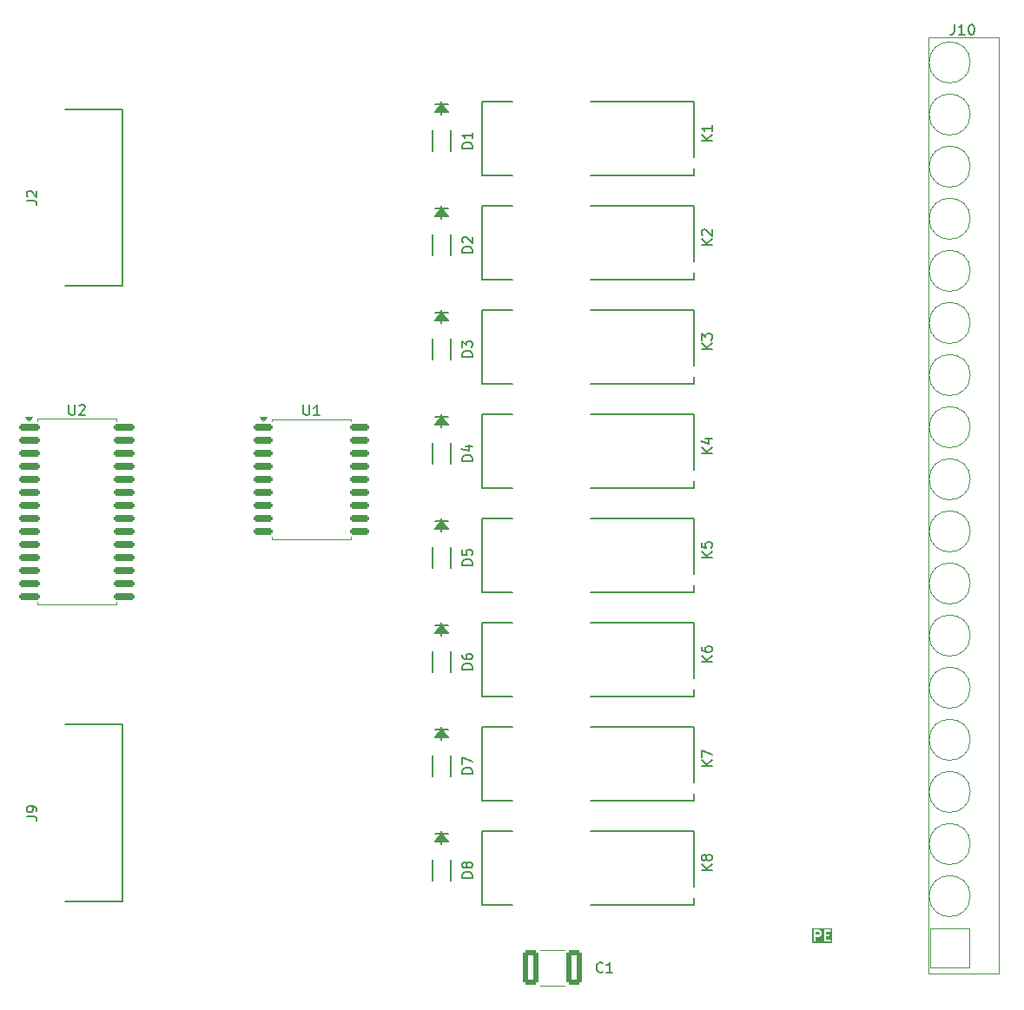
<source format=gbr>
%TF.GenerationSoftware,KiCad,Pcbnew,8.0.6-8.0.6-0~ubuntu24.04.1*%
%TF.CreationDate,2024-12-11T16:29:19+03:00*%
%TF.ProjectId,PM-RQ8,504d2d52-5138-42e6-9b69-6361645f7063,rev?*%
%TF.SameCoordinates,Original*%
%TF.FileFunction,Legend,Top*%
%TF.FilePolarity,Positive*%
%FSLAX46Y46*%
G04 Gerber Fmt 4.6, Leading zero omitted, Abs format (unit mm)*
G04 Created by KiCad (PCBNEW 8.0.6-8.0.6-0~ubuntu24.04.1) date 2024-12-11 16:29:19*
%MOMM*%
%LPD*%
G01*
G04 APERTURE LIST*
G04 Aperture macros list*
%AMRoundRect*
0 Rectangle with rounded corners*
0 $1 Rounding radius*
0 $2 $3 $4 $5 $6 $7 $8 $9 X,Y pos of 4 corners*
0 Add a 4 corners polygon primitive as box body*
4,1,4,$2,$3,$4,$5,$6,$7,$8,$9,$2,$3,0*
0 Add four circle primitives for the rounded corners*
1,1,$1+$1,$2,$3*
1,1,$1+$1,$4,$5*
1,1,$1+$1,$6,$7*
1,1,$1+$1,$8,$9*
0 Add four rect primitives between the rounded corners*
20,1,$1+$1,$2,$3,$4,$5,0*
20,1,$1+$1,$4,$5,$6,$7,0*
20,1,$1+$1,$6,$7,$8,$9,0*
20,1,$1+$1,$8,$9,$2,$3,0*%
G04 Aperture macros list end*
%ADD10C,0.200000*%
%ADD11C,0.150000*%
%ADD12C,0.152400*%
%ADD13C,0.120000*%
%ADD14R,0.533400X1.524000*%
%ADD15R,1.803400X0.635000*%
%ADD16R,2.997200X2.590800*%
%ADD17C,1.812000*%
%ADD18RoundRect,0.150000X-0.800000X-0.150000X0.800000X-0.150000X0.800000X0.150000X-0.800000X0.150000X0*%
%ADD19R,3.500000X3.500000*%
%ADD20C,3.500000*%
%ADD21O,6.350000X6.350000*%
%ADD22RoundRect,0.150000X-0.875000X-0.150000X0.875000X-0.150000X0.875000X0.150000X-0.875000X0.150000X0*%
%ADD23RoundRect,0.250000X0.537500X1.450000X-0.537500X1.450000X-0.537500X-1.450000X0.537500X-1.450000X0*%
G04 APERTURE END LIST*
D10*
G36*
X31702668Y-41582024D02*
G01*
X31727337Y-41606692D01*
X31757142Y-41666302D01*
X31757142Y-41761945D01*
X31727337Y-41821554D01*
X31702668Y-41846222D01*
X31643059Y-41876028D01*
X31385714Y-41876028D01*
X31385714Y-41552219D01*
X31643059Y-41552219D01*
X31702668Y-41582024D01*
G37*
G36*
X32971094Y-42663330D02*
G01*
X31074603Y-42663330D01*
X31074603Y-41452219D01*
X31185714Y-41452219D01*
X31185714Y-42452219D01*
X31187635Y-42471728D01*
X31202567Y-42507776D01*
X31230157Y-42535366D01*
X31266205Y-42550298D01*
X31305223Y-42550298D01*
X31341271Y-42535366D01*
X31368861Y-42507776D01*
X31383793Y-42471728D01*
X31385714Y-42452219D01*
X31385714Y-42076028D01*
X31666666Y-42076028D01*
X31686175Y-42074107D01*
X31689495Y-42072731D01*
X31693079Y-42072477D01*
X31711387Y-42065471D01*
X31806625Y-42017852D01*
X31815021Y-42012566D01*
X31817461Y-42011556D01*
X31820207Y-42009302D01*
X31823215Y-42007409D01*
X31824944Y-42005414D01*
X31832615Y-41999120D01*
X31880233Y-41951501D01*
X31886525Y-41943834D01*
X31888523Y-41942102D01*
X31890416Y-41939093D01*
X31892670Y-41936348D01*
X31893680Y-41933907D01*
X31898966Y-41925511D01*
X31946585Y-41830274D01*
X31953591Y-41811965D01*
X31953845Y-41808381D01*
X31955221Y-41805061D01*
X31957142Y-41785552D01*
X31957142Y-41642695D01*
X31955221Y-41623186D01*
X31953845Y-41619865D01*
X31953591Y-41616282D01*
X31946585Y-41597973D01*
X31898966Y-41502736D01*
X31893680Y-41494339D01*
X31892670Y-41491899D01*
X31890416Y-41489153D01*
X31888523Y-41486145D01*
X31886525Y-41484412D01*
X31880233Y-41476746D01*
X31855707Y-41452219D01*
X32185714Y-41452219D01*
X32185714Y-42452219D01*
X32187635Y-42471728D01*
X32202567Y-42507776D01*
X32230157Y-42535366D01*
X32266205Y-42550298D01*
X32285714Y-42552219D01*
X32761904Y-42552219D01*
X32781413Y-42550298D01*
X32817461Y-42535366D01*
X32845051Y-42507776D01*
X32859983Y-42471728D01*
X32859983Y-42432710D01*
X32845051Y-42396662D01*
X32817461Y-42369072D01*
X32781413Y-42354140D01*
X32761904Y-42352219D01*
X32385714Y-42352219D01*
X32385714Y-42028409D01*
X32619047Y-42028409D01*
X32638556Y-42026488D01*
X32674604Y-42011556D01*
X32702194Y-41983966D01*
X32717126Y-41947918D01*
X32717126Y-41908900D01*
X32702194Y-41872852D01*
X32674604Y-41845262D01*
X32638556Y-41830330D01*
X32619047Y-41828409D01*
X32385714Y-41828409D01*
X32385714Y-41552219D01*
X32761904Y-41552219D01*
X32781413Y-41550298D01*
X32817461Y-41535366D01*
X32845051Y-41507776D01*
X32859983Y-41471728D01*
X32859983Y-41432710D01*
X32845051Y-41396662D01*
X32817461Y-41369072D01*
X32781413Y-41354140D01*
X32761904Y-41352219D01*
X32285714Y-41352219D01*
X32266205Y-41354140D01*
X32230157Y-41369072D01*
X32202567Y-41396662D01*
X32187635Y-41432710D01*
X32185714Y-41452219D01*
X31855707Y-41452219D01*
X31832615Y-41429127D01*
X31824944Y-41422832D01*
X31823215Y-41420838D01*
X31820207Y-41418944D01*
X31817461Y-41416691D01*
X31815021Y-41415680D01*
X31806625Y-41410395D01*
X31711387Y-41362776D01*
X31693079Y-41355770D01*
X31689495Y-41355515D01*
X31686175Y-41354140D01*
X31666666Y-41352219D01*
X31285714Y-41352219D01*
X31266205Y-41354140D01*
X31230157Y-41369072D01*
X31202567Y-41396662D01*
X31187635Y-41432710D01*
X31185714Y-41452219D01*
X31074603Y-41452219D01*
X31074603Y-41241108D01*
X32971094Y-41241108D01*
X32971094Y-42663330D01*
G37*
D11*
X-2085181Y4341906D02*
X-3085181Y4341906D01*
X-3085181Y4341906D02*
X-3085181Y4580001D01*
X-3085181Y4580001D02*
X-3037562Y4722858D01*
X-3037562Y4722858D02*
X-2942324Y4818096D01*
X-2942324Y4818096D02*
X-2847086Y4865715D01*
X-2847086Y4865715D02*
X-2656610Y4913334D01*
X-2656610Y4913334D02*
X-2513753Y4913334D01*
X-2513753Y4913334D02*
X-2323277Y4865715D01*
X-2323277Y4865715D02*
X-2228039Y4818096D01*
X-2228039Y4818096D02*
X-2132800Y4722858D01*
X-2132800Y4722858D02*
X-2085181Y4580001D01*
X-2085181Y4580001D02*
X-2085181Y4341906D01*
X-2751848Y5770477D02*
X-2085181Y5770477D01*
X-3132800Y5532382D02*
X-2418515Y5294287D01*
X-2418515Y5294287D02*
X-2418515Y5913334D01*
X-45545181Y-30333333D02*
X-44830896Y-30333333D01*
X-44830896Y-30333333D02*
X-44688039Y-30380952D01*
X-44688039Y-30380952D02*
X-44592800Y-30476190D01*
X-44592800Y-30476190D02*
X-44545181Y-30619047D01*
X-44545181Y-30619047D02*
X-44545181Y-30714285D01*
X-44545181Y-29809523D02*
X-44545181Y-29619047D01*
X-44545181Y-29619047D02*
X-44592800Y-29523809D01*
X-44592800Y-29523809D02*
X-44640420Y-29476190D01*
X-44640420Y-29476190D02*
X-44783277Y-29380952D01*
X-44783277Y-29380952D02*
X-44973753Y-29333333D01*
X-44973753Y-29333333D02*
X-45354705Y-29333333D01*
X-45354705Y-29333333D02*
X-45449943Y-29380952D01*
X-45449943Y-29380952D02*
X-45497562Y-29428571D01*
X-45497562Y-29428571D02*
X-45545181Y-29523809D01*
X-45545181Y-29523809D02*
X-45545181Y-29714285D01*
X-45545181Y-29714285D02*
X-45497562Y-29809523D01*
X-45497562Y-29809523D02*
X-45449943Y-29857142D01*
X-45449943Y-29857142D02*
X-45354705Y-29904761D01*
X-45354705Y-29904761D02*
X-45116610Y-29904761D01*
X-45116610Y-29904761D02*
X-45021372Y-29857142D01*
X-45021372Y-29857142D02*
X-44973753Y-29809523D01*
X-44973753Y-29809523D02*
X-44926134Y-29714285D01*
X-44926134Y-29714285D02*
X-44926134Y-29523809D01*
X-44926134Y-29523809D02*
X-44973753Y-29428571D01*
X-44973753Y-29428571D02*
X-45021372Y-29380952D01*
X-45021372Y-29380952D02*
X-45116610Y-29333333D01*
X21264819Y5051906D02*
X20264819Y5051906D01*
X21264819Y5623334D02*
X20693390Y5194763D01*
X20264819Y5623334D02*
X20836247Y5051906D01*
X20598152Y6480477D02*
X21264819Y6480477D01*
X20217200Y6242382D02*
X20931485Y6004287D01*
X20931485Y6004287D02*
X20931485Y6623334D01*
X-18541905Y9795181D02*
X-18541905Y8985658D01*
X-18541905Y8985658D02*
X-18494286Y8890420D01*
X-18494286Y8890420D02*
X-18446667Y8842800D01*
X-18446667Y8842800D02*
X-18351429Y8795181D01*
X-18351429Y8795181D02*
X-18160953Y8795181D01*
X-18160953Y8795181D02*
X-18065715Y8842800D01*
X-18065715Y8842800D02*
X-18018096Y8890420D01*
X-18018096Y8890420D02*
X-17970477Y8985658D01*
X-17970477Y8985658D02*
X-17970477Y9795181D01*
X-16970477Y8795181D02*
X-17541905Y8795181D01*
X-17256191Y8795181D02*
X-17256191Y9795181D01*
X-17256191Y9795181D02*
X-17351429Y9652324D01*
X-17351429Y9652324D02*
X-17446667Y9557086D01*
X-17446667Y9557086D02*
X-17541905Y9509467D01*
X21264819Y-5108094D02*
X20264819Y-5108094D01*
X21264819Y-4536666D02*
X20693390Y-4965237D01*
X20264819Y-4536666D02*
X20836247Y-5108094D01*
X20264819Y-3631904D02*
X20264819Y-4108094D01*
X20264819Y-4108094D02*
X20741009Y-4155713D01*
X20741009Y-4155713D02*
X20693390Y-4108094D01*
X20693390Y-4108094D02*
X20645771Y-4012856D01*
X20645771Y-4012856D02*
X20645771Y-3774761D01*
X20645771Y-3774761D02*
X20693390Y-3679523D01*
X20693390Y-3679523D02*
X20741009Y-3631904D01*
X20741009Y-3631904D02*
X20836247Y-3584285D01*
X20836247Y-3584285D02*
X21074342Y-3584285D01*
X21074342Y-3584285D02*
X21169580Y-3631904D01*
X21169580Y-3631904D02*
X21217200Y-3679523D01*
X21217200Y-3679523D02*
X21264819Y-3774761D01*
X21264819Y-3774761D02*
X21264819Y-4012856D01*
X21264819Y-4012856D02*
X21217200Y-4108094D01*
X21217200Y-4108094D02*
X21169580Y-4155713D01*
X44910476Y46900181D02*
X44910476Y46185896D01*
X44910476Y46185896D02*
X44862857Y46043039D01*
X44862857Y46043039D02*
X44767619Y45947800D01*
X44767619Y45947800D02*
X44624762Y45900181D01*
X44624762Y45900181D02*
X44529524Y45900181D01*
X45910476Y45900181D02*
X45339048Y45900181D01*
X45624762Y45900181D02*
X45624762Y46900181D01*
X45624762Y46900181D02*
X45529524Y46757324D01*
X45529524Y46757324D02*
X45434286Y46662086D01*
X45434286Y46662086D02*
X45339048Y46614467D01*
X46529524Y46900181D02*
X46624762Y46900181D01*
X46624762Y46900181D02*
X46720000Y46852562D01*
X46720000Y46852562D02*
X46767619Y46804943D01*
X46767619Y46804943D02*
X46815238Y46709705D01*
X46815238Y46709705D02*
X46862857Y46519229D01*
X46862857Y46519229D02*
X46862857Y46281134D01*
X46862857Y46281134D02*
X46815238Y46090658D01*
X46815238Y46090658D02*
X46767619Y45995420D01*
X46767619Y45995420D02*
X46720000Y45947800D01*
X46720000Y45947800D02*
X46624762Y45900181D01*
X46624762Y45900181D02*
X46529524Y45900181D01*
X46529524Y45900181D02*
X46434286Y45947800D01*
X46434286Y45947800D02*
X46386667Y45995420D01*
X46386667Y45995420D02*
X46339048Y46090658D01*
X46339048Y46090658D02*
X46291429Y46281134D01*
X46291429Y46281134D02*
X46291429Y46519229D01*
X46291429Y46519229D02*
X46339048Y46709705D01*
X46339048Y46709705D02*
X46386667Y46804943D01*
X46386667Y46804943D02*
X46434286Y46852562D01*
X46434286Y46852562D02*
X46529524Y46900181D01*
X21264819Y-15268094D02*
X20264819Y-15268094D01*
X21264819Y-14696666D02*
X20693390Y-15125237D01*
X20264819Y-14696666D02*
X20836247Y-15268094D01*
X20264819Y-13839523D02*
X20264819Y-14029999D01*
X20264819Y-14029999D02*
X20312438Y-14125237D01*
X20312438Y-14125237D02*
X20360057Y-14172856D01*
X20360057Y-14172856D02*
X20502914Y-14268094D01*
X20502914Y-14268094D02*
X20693390Y-14315713D01*
X20693390Y-14315713D02*
X21074342Y-14315713D01*
X21074342Y-14315713D02*
X21169580Y-14268094D01*
X21169580Y-14268094D02*
X21217200Y-14220475D01*
X21217200Y-14220475D02*
X21264819Y-14125237D01*
X21264819Y-14125237D02*
X21264819Y-13934761D01*
X21264819Y-13934761D02*
X21217200Y-13839523D01*
X21217200Y-13839523D02*
X21169580Y-13791904D01*
X21169580Y-13791904D02*
X21074342Y-13744285D01*
X21074342Y-13744285D02*
X20836247Y-13744285D01*
X20836247Y-13744285D02*
X20741009Y-13791904D01*
X20741009Y-13791904D02*
X20693390Y-13839523D01*
X20693390Y-13839523D02*
X20645771Y-13934761D01*
X20645771Y-13934761D02*
X20645771Y-14125237D01*
X20645771Y-14125237D02*
X20693390Y-14220475D01*
X20693390Y-14220475D02*
X20741009Y-14268094D01*
X20741009Y-14268094D02*
X20836247Y-14315713D01*
X21264819Y-35588094D02*
X20264819Y-35588094D01*
X21264819Y-35016666D02*
X20693390Y-35445237D01*
X20264819Y-35016666D02*
X20836247Y-35588094D01*
X20693390Y-34445237D02*
X20645771Y-34540475D01*
X20645771Y-34540475D02*
X20598152Y-34588094D01*
X20598152Y-34588094D02*
X20502914Y-34635713D01*
X20502914Y-34635713D02*
X20455295Y-34635713D01*
X20455295Y-34635713D02*
X20360057Y-34588094D01*
X20360057Y-34588094D02*
X20312438Y-34540475D01*
X20312438Y-34540475D02*
X20264819Y-34445237D01*
X20264819Y-34445237D02*
X20264819Y-34254761D01*
X20264819Y-34254761D02*
X20312438Y-34159523D01*
X20312438Y-34159523D02*
X20360057Y-34111904D01*
X20360057Y-34111904D02*
X20455295Y-34064285D01*
X20455295Y-34064285D02*
X20502914Y-34064285D01*
X20502914Y-34064285D02*
X20598152Y-34111904D01*
X20598152Y-34111904D02*
X20645771Y-34159523D01*
X20645771Y-34159523D02*
X20693390Y-34254761D01*
X20693390Y-34254761D02*
X20693390Y-34445237D01*
X20693390Y-34445237D02*
X20741009Y-34540475D01*
X20741009Y-34540475D02*
X20788628Y-34588094D01*
X20788628Y-34588094D02*
X20883866Y-34635713D01*
X20883866Y-34635713D02*
X21074342Y-34635713D01*
X21074342Y-34635713D02*
X21169580Y-34588094D01*
X21169580Y-34588094D02*
X21217200Y-34540475D01*
X21217200Y-34540475D02*
X21264819Y-34445237D01*
X21264819Y-34445237D02*
X21264819Y-34254761D01*
X21264819Y-34254761D02*
X21217200Y-34159523D01*
X21217200Y-34159523D02*
X21169580Y-34111904D01*
X21169580Y-34111904D02*
X21074342Y-34064285D01*
X21074342Y-34064285D02*
X20883866Y-34064285D01*
X20883866Y-34064285D02*
X20788628Y-34111904D01*
X20788628Y-34111904D02*
X20741009Y-34159523D01*
X20741009Y-34159523D02*
X20693390Y-34254761D01*
X21264819Y35531906D02*
X20264819Y35531906D01*
X21264819Y36103334D02*
X20693390Y35674763D01*
X20264819Y36103334D02*
X20836247Y35531906D01*
X21264819Y37055715D02*
X21264819Y36484287D01*
X21264819Y36770001D02*
X20264819Y36770001D01*
X20264819Y36770001D02*
X20407676Y36674763D01*
X20407676Y36674763D02*
X20502914Y36579525D01*
X20502914Y36579525D02*
X20550533Y36484287D01*
X-2085181Y-36298094D02*
X-3085181Y-36298094D01*
X-3085181Y-36298094D02*
X-3085181Y-36059999D01*
X-3085181Y-36059999D02*
X-3037562Y-35917142D01*
X-3037562Y-35917142D02*
X-2942324Y-35821904D01*
X-2942324Y-35821904D02*
X-2847086Y-35774285D01*
X-2847086Y-35774285D02*
X-2656610Y-35726666D01*
X-2656610Y-35726666D02*
X-2513753Y-35726666D01*
X-2513753Y-35726666D02*
X-2323277Y-35774285D01*
X-2323277Y-35774285D02*
X-2228039Y-35821904D01*
X-2228039Y-35821904D02*
X-2132800Y-35917142D01*
X-2132800Y-35917142D02*
X-2085181Y-36059999D01*
X-2085181Y-36059999D02*
X-2085181Y-36298094D01*
X-2656610Y-35155237D02*
X-2704229Y-35250475D01*
X-2704229Y-35250475D02*
X-2751848Y-35298094D01*
X-2751848Y-35298094D02*
X-2847086Y-35345713D01*
X-2847086Y-35345713D02*
X-2894705Y-35345713D01*
X-2894705Y-35345713D02*
X-2989943Y-35298094D01*
X-2989943Y-35298094D02*
X-3037562Y-35250475D01*
X-3037562Y-35250475D02*
X-3085181Y-35155237D01*
X-3085181Y-35155237D02*
X-3085181Y-34964761D01*
X-3085181Y-34964761D02*
X-3037562Y-34869523D01*
X-3037562Y-34869523D02*
X-2989943Y-34821904D01*
X-2989943Y-34821904D02*
X-2894705Y-34774285D01*
X-2894705Y-34774285D02*
X-2847086Y-34774285D01*
X-2847086Y-34774285D02*
X-2751848Y-34821904D01*
X-2751848Y-34821904D02*
X-2704229Y-34869523D01*
X-2704229Y-34869523D02*
X-2656610Y-34964761D01*
X-2656610Y-34964761D02*
X-2656610Y-35155237D01*
X-2656610Y-35155237D02*
X-2608991Y-35250475D01*
X-2608991Y-35250475D02*
X-2561372Y-35298094D01*
X-2561372Y-35298094D02*
X-2466134Y-35345713D01*
X-2466134Y-35345713D02*
X-2275658Y-35345713D01*
X-2275658Y-35345713D02*
X-2180420Y-35298094D01*
X-2180420Y-35298094D02*
X-2132800Y-35250475D01*
X-2132800Y-35250475D02*
X-2085181Y-35155237D01*
X-2085181Y-35155237D02*
X-2085181Y-34964761D01*
X-2085181Y-34964761D02*
X-2132800Y-34869523D01*
X-2132800Y-34869523D02*
X-2180420Y-34821904D01*
X-2180420Y-34821904D02*
X-2275658Y-34774285D01*
X-2275658Y-34774285D02*
X-2466134Y-34774285D01*
X-2466134Y-34774285D02*
X-2561372Y-34821904D01*
X-2561372Y-34821904D02*
X-2608991Y-34869523D01*
X-2608991Y-34869523D02*
X-2656610Y-34964761D01*
X-2085181Y34821906D02*
X-3085181Y34821906D01*
X-3085181Y34821906D02*
X-3085181Y35060001D01*
X-3085181Y35060001D02*
X-3037562Y35202858D01*
X-3037562Y35202858D02*
X-2942324Y35298096D01*
X-2942324Y35298096D02*
X-2847086Y35345715D01*
X-2847086Y35345715D02*
X-2656610Y35393334D01*
X-2656610Y35393334D02*
X-2513753Y35393334D01*
X-2513753Y35393334D02*
X-2323277Y35345715D01*
X-2323277Y35345715D02*
X-2228039Y35298096D01*
X-2228039Y35298096D02*
X-2132800Y35202858D01*
X-2132800Y35202858D02*
X-2085181Y35060001D01*
X-2085181Y35060001D02*
X-2085181Y34821906D01*
X-2085181Y36345715D02*
X-2085181Y35774287D01*
X-2085181Y36060001D02*
X-3085181Y36060001D01*
X-3085181Y36060001D02*
X-2942324Y35964763D01*
X-2942324Y35964763D02*
X-2847086Y35869525D01*
X-2847086Y35869525D02*
X-2799467Y35774287D01*
X21264819Y-25428094D02*
X20264819Y-25428094D01*
X21264819Y-24856666D02*
X20693390Y-25285237D01*
X20264819Y-24856666D02*
X20836247Y-25428094D01*
X20264819Y-24523332D02*
X20264819Y-23856666D01*
X20264819Y-23856666D02*
X21264819Y-24285237D01*
X-2085181Y-5818094D02*
X-3085181Y-5818094D01*
X-3085181Y-5818094D02*
X-3085181Y-5579999D01*
X-3085181Y-5579999D02*
X-3037562Y-5437142D01*
X-3037562Y-5437142D02*
X-2942324Y-5341904D01*
X-2942324Y-5341904D02*
X-2847086Y-5294285D01*
X-2847086Y-5294285D02*
X-2656610Y-5246666D01*
X-2656610Y-5246666D02*
X-2513753Y-5246666D01*
X-2513753Y-5246666D02*
X-2323277Y-5294285D01*
X-2323277Y-5294285D02*
X-2228039Y-5341904D01*
X-2228039Y-5341904D02*
X-2132800Y-5437142D01*
X-2132800Y-5437142D02*
X-2085181Y-5579999D01*
X-2085181Y-5579999D02*
X-2085181Y-5818094D01*
X-3085181Y-4341904D02*
X-3085181Y-4818094D01*
X-3085181Y-4818094D02*
X-2608991Y-4865713D01*
X-2608991Y-4865713D02*
X-2656610Y-4818094D01*
X-2656610Y-4818094D02*
X-2704229Y-4722856D01*
X-2704229Y-4722856D02*
X-2704229Y-4484761D01*
X-2704229Y-4484761D02*
X-2656610Y-4389523D01*
X-2656610Y-4389523D02*
X-2608991Y-4341904D01*
X-2608991Y-4341904D02*
X-2513753Y-4294285D01*
X-2513753Y-4294285D02*
X-2275658Y-4294285D01*
X-2275658Y-4294285D02*
X-2180420Y-4341904D01*
X-2180420Y-4341904D02*
X-2132800Y-4389523D01*
X-2132800Y-4389523D02*
X-2085181Y-4484761D01*
X-2085181Y-4484761D02*
X-2085181Y-4722856D01*
X-2085181Y-4722856D02*
X-2132800Y-4818094D01*
X-2132800Y-4818094D02*
X-2180420Y-4865713D01*
X-2085181Y14501906D02*
X-3085181Y14501906D01*
X-3085181Y14501906D02*
X-3085181Y14740001D01*
X-3085181Y14740001D02*
X-3037562Y14882858D01*
X-3037562Y14882858D02*
X-2942324Y14978096D01*
X-2942324Y14978096D02*
X-2847086Y15025715D01*
X-2847086Y15025715D02*
X-2656610Y15073334D01*
X-2656610Y15073334D02*
X-2513753Y15073334D01*
X-2513753Y15073334D02*
X-2323277Y15025715D01*
X-2323277Y15025715D02*
X-2228039Y14978096D01*
X-2228039Y14978096D02*
X-2132800Y14882858D01*
X-2132800Y14882858D02*
X-2085181Y14740001D01*
X-2085181Y14740001D02*
X-2085181Y14501906D01*
X-3085181Y15406668D02*
X-3085181Y16025715D01*
X-3085181Y16025715D02*
X-2704229Y15692382D01*
X-2704229Y15692382D02*
X-2704229Y15835239D01*
X-2704229Y15835239D02*
X-2656610Y15930477D01*
X-2656610Y15930477D02*
X-2608991Y15978096D01*
X-2608991Y15978096D02*
X-2513753Y16025715D01*
X-2513753Y16025715D02*
X-2275658Y16025715D01*
X-2275658Y16025715D02*
X-2180420Y15978096D01*
X-2180420Y15978096D02*
X-2132800Y15930477D01*
X-2132800Y15930477D02*
X-2085181Y15835239D01*
X-2085181Y15835239D02*
X-2085181Y15549525D01*
X-2085181Y15549525D02*
X-2132800Y15454287D01*
X-2132800Y15454287D02*
X-2180420Y15406668D01*
X21264819Y15211906D02*
X20264819Y15211906D01*
X21264819Y15783334D02*
X20693390Y15354763D01*
X20264819Y15783334D02*
X20836247Y15211906D01*
X20264819Y16116668D02*
X20264819Y16735715D01*
X20264819Y16735715D02*
X20645771Y16402382D01*
X20645771Y16402382D02*
X20645771Y16545239D01*
X20645771Y16545239D02*
X20693390Y16640477D01*
X20693390Y16640477D02*
X20741009Y16688096D01*
X20741009Y16688096D02*
X20836247Y16735715D01*
X20836247Y16735715D02*
X21074342Y16735715D01*
X21074342Y16735715D02*
X21169580Y16688096D01*
X21169580Y16688096D02*
X21217200Y16640477D01*
X21217200Y16640477D02*
X21264819Y16545239D01*
X21264819Y16545239D02*
X21264819Y16259525D01*
X21264819Y16259525D02*
X21217200Y16164287D01*
X21217200Y16164287D02*
X21169580Y16116668D01*
X-41401905Y9810181D02*
X-41401905Y9000658D01*
X-41401905Y9000658D02*
X-41354286Y8905420D01*
X-41354286Y8905420D02*
X-41306667Y8857800D01*
X-41306667Y8857800D02*
X-41211429Y8810181D01*
X-41211429Y8810181D02*
X-41020953Y8810181D01*
X-41020953Y8810181D02*
X-40925715Y8857800D01*
X-40925715Y8857800D02*
X-40878096Y8905420D01*
X-40878096Y8905420D02*
X-40830477Y9000658D01*
X-40830477Y9000658D02*
X-40830477Y9810181D01*
X-40401905Y9714943D02*
X-40354286Y9762562D01*
X-40354286Y9762562D02*
X-40259048Y9810181D01*
X-40259048Y9810181D02*
X-40020953Y9810181D01*
X-40020953Y9810181D02*
X-39925715Y9762562D01*
X-39925715Y9762562D02*
X-39878096Y9714943D01*
X-39878096Y9714943D02*
X-39830477Y9619705D01*
X-39830477Y9619705D02*
X-39830477Y9524467D01*
X-39830477Y9524467D02*
X-39878096Y9381610D01*
X-39878096Y9381610D02*
X-40449524Y8810181D01*
X-40449524Y8810181D02*
X-39830477Y8810181D01*
X21264819Y25371906D02*
X20264819Y25371906D01*
X21264819Y25943334D02*
X20693390Y25514763D01*
X20264819Y25943334D02*
X20836247Y25371906D01*
X20360057Y26324287D02*
X20312438Y26371906D01*
X20312438Y26371906D02*
X20264819Y26467144D01*
X20264819Y26467144D02*
X20264819Y26705239D01*
X20264819Y26705239D02*
X20312438Y26800477D01*
X20312438Y26800477D02*
X20360057Y26848096D01*
X20360057Y26848096D02*
X20455295Y26895715D01*
X20455295Y26895715D02*
X20550533Y26895715D01*
X20550533Y26895715D02*
X20693390Y26848096D01*
X20693390Y26848096D02*
X21264819Y26276668D01*
X21264819Y26276668D02*
X21264819Y26895715D01*
X10628333Y-45444580D02*
X10580714Y-45492200D01*
X10580714Y-45492200D02*
X10437857Y-45539819D01*
X10437857Y-45539819D02*
X10342619Y-45539819D01*
X10342619Y-45539819D02*
X10199762Y-45492200D01*
X10199762Y-45492200D02*
X10104524Y-45396961D01*
X10104524Y-45396961D02*
X10056905Y-45301723D01*
X10056905Y-45301723D02*
X10009286Y-45111247D01*
X10009286Y-45111247D02*
X10009286Y-44968390D01*
X10009286Y-44968390D02*
X10056905Y-44777914D01*
X10056905Y-44777914D02*
X10104524Y-44682676D01*
X10104524Y-44682676D02*
X10199762Y-44587438D01*
X10199762Y-44587438D02*
X10342619Y-44539819D01*
X10342619Y-44539819D02*
X10437857Y-44539819D01*
X10437857Y-44539819D02*
X10580714Y-44587438D01*
X10580714Y-44587438D02*
X10628333Y-44635057D01*
X11580714Y-45539819D02*
X11009286Y-45539819D01*
X11295000Y-45539819D02*
X11295000Y-44539819D01*
X11295000Y-44539819D02*
X11199762Y-44682676D01*
X11199762Y-44682676D02*
X11104524Y-44777914D01*
X11104524Y-44777914D02*
X11009286Y-44825533D01*
X-45545181Y29666667D02*
X-44830896Y29666667D01*
X-44830896Y29666667D02*
X-44688039Y29619048D01*
X-44688039Y29619048D02*
X-44592800Y29523810D01*
X-44592800Y29523810D02*
X-44545181Y29380953D01*
X-44545181Y29380953D02*
X-44545181Y29285715D01*
X-45449943Y30095239D02*
X-45497562Y30142858D01*
X-45497562Y30142858D02*
X-45545181Y30238096D01*
X-45545181Y30238096D02*
X-45545181Y30476191D01*
X-45545181Y30476191D02*
X-45497562Y30571429D01*
X-45497562Y30571429D02*
X-45449943Y30619048D01*
X-45449943Y30619048D02*
X-45354705Y30666667D01*
X-45354705Y30666667D02*
X-45259467Y30666667D01*
X-45259467Y30666667D02*
X-45116610Y30619048D01*
X-45116610Y30619048D02*
X-44545181Y30047620D01*
X-44545181Y30047620D02*
X-44545181Y30666667D01*
X-2085181Y-26138094D02*
X-3085181Y-26138094D01*
X-3085181Y-26138094D02*
X-3085181Y-25899999D01*
X-3085181Y-25899999D02*
X-3037562Y-25757142D01*
X-3037562Y-25757142D02*
X-2942324Y-25661904D01*
X-2942324Y-25661904D02*
X-2847086Y-25614285D01*
X-2847086Y-25614285D02*
X-2656610Y-25566666D01*
X-2656610Y-25566666D02*
X-2513753Y-25566666D01*
X-2513753Y-25566666D02*
X-2323277Y-25614285D01*
X-2323277Y-25614285D02*
X-2228039Y-25661904D01*
X-2228039Y-25661904D02*
X-2132800Y-25757142D01*
X-2132800Y-25757142D02*
X-2085181Y-25899999D01*
X-2085181Y-25899999D02*
X-2085181Y-26138094D01*
X-3085181Y-25233332D02*
X-3085181Y-24566666D01*
X-3085181Y-24566666D02*
X-2085181Y-24995237D01*
X-2085181Y-15978094D02*
X-3085181Y-15978094D01*
X-3085181Y-15978094D02*
X-3085181Y-15739999D01*
X-3085181Y-15739999D02*
X-3037562Y-15597142D01*
X-3037562Y-15597142D02*
X-2942324Y-15501904D01*
X-2942324Y-15501904D02*
X-2847086Y-15454285D01*
X-2847086Y-15454285D02*
X-2656610Y-15406666D01*
X-2656610Y-15406666D02*
X-2513753Y-15406666D01*
X-2513753Y-15406666D02*
X-2323277Y-15454285D01*
X-2323277Y-15454285D02*
X-2228039Y-15501904D01*
X-2228039Y-15501904D02*
X-2132800Y-15597142D01*
X-2132800Y-15597142D02*
X-2085181Y-15739999D01*
X-2085181Y-15739999D02*
X-2085181Y-15978094D01*
X-3085181Y-14549523D02*
X-3085181Y-14739999D01*
X-3085181Y-14739999D02*
X-3037562Y-14835237D01*
X-3037562Y-14835237D02*
X-2989943Y-14882856D01*
X-2989943Y-14882856D02*
X-2847086Y-14978094D01*
X-2847086Y-14978094D02*
X-2656610Y-15025713D01*
X-2656610Y-15025713D02*
X-2275658Y-15025713D01*
X-2275658Y-15025713D02*
X-2180420Y-14978094D01*
X-2180420Y-14978094D02*
X-2132800Y-14930475D01*
X-2132800Y-14930475D02*
X-2085181Y-14835237D01*
X-2085181Y-14835237D02*
X-2085181Y-14644761D01*
X-2085181Y-14644761D02*
X-2132800Y-14549523D01*
X-2132800Y-14549523D02*
X-2180420Y-14501904D01*
X-2180420Y-14501904D02*
X-2275658Y-14454285D01*
X-2275658Y-14454285D02*
X-2513753Y-14454285D01*
X-2513753Y-14454285D02*
X-2608991Y-14501904D01*
X-2608991Y-14501904D02*
X-2656610Y-14549523D01*
X-2656610Y-14549523D02*
X-2704229Y-14644761D01*
X-2704229Y-14644761D02*
X-2704229Y-14835237D01*
X-2704229Y-14835237D02*
X-2656610Y-14930475D01*
X-2656610Y-14930475D02*
X-2608991Y-14978094D01*
X-2608991Y-14978094D02*
X-2513753Y-15025713D01*
X-2085181Y24661906D02*
X-3085181Y24661906D01*
X-3085181Y24661906D02*
X-3085181Y24900001D01*
X-3085181Y24900001D02*
X-3037562Y25042858D01*
X-3037562Y25042858D02*
X-2942324Y25138096D01*
X-2942324Y25138096D02*
X-2847086Y25185715D01*
X-2847086Y25185715D02*
X-2656610Y25233334D01*
X-2656610Y25233334D02*
X-2513753Y25233334D01*
X-2513753Y25233334D02*
X-2323277Y25185715D01*
X-2323277Y25185715D02*
X-2228039Y25138096D01*
X-2228039Y25138096D02*
X-2132800Y25042858D01*
X-2132800Y25042858D02*
X-2085181Y24900001D01*
X-2085181Y24900001D02*
X-2085181Y24661906D01*
X-2989943Y25614287D02*
X-3037562Y25661906D01*
X-3037562Y25661906D02*
X-3085181Y25757144D01*
X-3085181Y25757144D02*
X-3085181Y25995239D01*
X-3085181Y25995239D02*
X-3037562Y26090477D01*
X-3037562Y26090477D02*
X-2989943Y26138096D01*
X-2989943Y26138096D02*
X-2894705Y26185715D01*
X-2894705Y26185715D02*
X-2799467Y26185715D01*
X-2799467Y26185715D02*
X-2656610Y26138096D01*
X-2656610Y26138096D02*
X-2085181Y25566668D01*
X-2085181Y25566668D02*
X-2085181Y26185715D01*
D12*
%TO.C,D4*%
X-5930900Y6108700D02*
X-5930900Y4051300D01*
X-5080000Y8636000D02*
X-5715000Y7874000D01*
X-5080000Y8636000D02*
X-5588000Y7874000D01*
X-5080000Y8636000D02*
X-5461000Y7874000D01*
X-5080000Y8636000D02*
X-5334000Y7874000D01*
X-5080000Y8636000D02*
X-5207000Y7874000D01*
X-5080000Y8636000D02*
X-4953000Y7874000D01*
X-5080000Y8636000D02*
X-4826000Y7874000D01*
X-5080000Y8636000D02*
X-4699000Y7874000D01*
X-5080000Y8636000D02*
X-4572000Y7874000D01*
X-5080000Y8636000D02*
X-4445000Y7874000D01*
X-5080000Y7620000D02*
X-5080000Y8890000D01*
X-4445000Y8636000D02*
X-5715000Y8636000D01*
X-4445000Y7874000D02*
X-5715000Y7874000D01*
X-4229100Y4051300D02*
X-4229100Y6108700D01*
%TO.C,J9*%
X-41781300Y-38623300D02*
X-36218700Y-38623300D01*
X-36218700Y-21376700D02*
X-41781300Y-21376700D01*
X-36218700Y-38623300D02*
X-36218700Y-21376700D01*
%TO.C,K4*%
X-1177000Y8897000D02*
X-1177000Y1643000D01*
X-1177000Y8897000D02*
X1790000Y8897000D01*
X-1177000Y1643000D02*
X1790000Y1643000D01*
X9410000Y1643000D02*
X19477000Y1643000D01*
X19477000Y8897000D02*
X9410000Y8897000D01*
X19477000Y3493400D02*
X19477000Y8897000D01*
X19477000Y1643000D02*
X19477000Y2346600D01*
D13*
%TO.C,U1*%
X-21637500Y8407500D02*
X-21637500Y8180000D01*
X-21637500Y-3327500D02*
X-21637500Y-3100000D01*
X-17780000Y8407500D02*
X-21637500Y8407500D01*
X-17780000Y8407500D02*
X-13922500Y8407500D01*
X-17780000Y-3327500D02*
X-21637500Y-3327500D01*
X-17780000Y-3327500D02*
X-13922500Y-3327500D01*
X-13922500Y8407500D02*
X-13922500Y8180000D01*
X-13922500Y-3327500D02*
X-13922500Y-3100000D01*
X-22491250Y8180000D02*
X-22831250Y8650000D01*
X-22151250Y8650000D01*
X-22491250Y8180000D01*
G36*
X-22491250Y8180000D02*
G01*
X-22831250Y8650000D01*
X-22151250Y8650000D01*
X-22491250Y8180000D01*
G37*
D12*
%TO.C,K5*%
X-1177000Y-1263000D02*
X-1177000Y-8517000D01*
X-1177000Y-1263000D02*
X1790000Y-1263000D01*
X-1177000Y-8517000D02*
X1790000Y-8517000D01*
X9410000Y-8517000D02*
X19477000Y-8517000D01*
X19477000Y-1263000D02*
X9410000Y-1263000D01*
X19477000Y-6666600D02*
X19477000Y-1263000D01*
X19477000Y-8517000D02*
X19477000Y-7813400D01*
%TO.C,J10*%
D13*
X42340000Y-45660000D02*
X49270000Y-45660000D01*
X49270000Y45660000D01*
X42340000Y45660000D01*
X42340000Y-45660000D01*
X42545000Y-45085000D02*
X46355000Y-45085000D01*
X46355000Y-41275000D01*
X42545000Y-41275000D01*
X42545000Y-45085000D01*
X46450000Y43180000D02*
G75*
G02*
X42450000Y43180000I-2000000J0D01*
G01*
X42450000Y43180000D02*
G75*
G02*
X46450000Y43180000I2000000J0D01*
G01*
X46450000Y38100000D02*
G75*
G02*
X42450000Y38100000I-2000000J0D01*
G01*
X42450000Y38100000D02*
G75*
G02*
X46450000Y38100000I2000000J0D01*
G01*
X46450000Y33020000D02*
G75*
G02*
X42450000Y33020000I-2000000J0D01*
G01*
X42450000Y33020000D02*
G75*
G02*
X46450000Y33020000I2000000J0D01*
G01*
X46450000Y27940000D02*
G75*
G02*
X42450000Y27940000I-2000000J0D01*
G01*
X42450000Y27940000D02*
G75*
G02*
X46450000Y27940000I2000000J0D01*
G01*
X46450000Y22860000D02*
G75*
G02*
X42450000Y22860000I-2000000J0D01*
G01*
X42450000Y22860000D02*
G75*
G02*
X46450000Y22860000I2000000J0D01*
G01*
X46450000Y17780000D02*
G75*
G02*
X42450000Y17780000I-2000000J0D01*
G01*
X42450000Y17780000D02*
G75*
G02*
X46450000Y17780000I2000000J0D01*
G01*
X46450000Y12700000D02*
G75*
G02*
X42450000Y12700000I-2000000J0D01*
G01*
X42450000Y12700000D02*
G75*
G02*
X46450000Y12700000I2000000J0D01*
G01*
X46450000Y7620000D02*
G75*
G02*
X42450000Y7620000I-2000000J0D01*
G01*
X42450000Y7620000D02*
G75*
G02*
X46450000Y7620000I2000000J0D01*
G01*
X46450000Y2540000D02*
G75*
G02*
X42450000Y2540000I-2000000J0D01*
G01*
X42450000Y2540000D02*
G75*
G02*
X46450000Y2540000I2000000J0D01*
G01*
X46450000Y-2540000D02*
G75*
G02*
X42450000Y-2540000I-2000000J0D01*
G01*
X42450000Y-2540000D02*
G75*
G02*
X46450000Y-2540000I2000000J0D01*
G01*
X46450000Y-7620000D02*
G75*
G02*
X42450000Y-7620000I-2000000J0D01*
G01*
X42450000Y-7620000D02*
G75*
G02*
X46450000Y-7620000I2000000J0D01*
G01*
X46450000Y-12700000D02*
G75*
G02*
X42450000Y-12700000I-2000000J0D01*
G01*
X42450000Y-12700000D02*
G75*
G02*
X46450000Y-12700000I2000000J0D01*
G01*
X46450000Y-17780000D02*
G75*
G02*
X42450000Y-17780000I-2000000J0D01*
G01*
X42450000Y-17780000D02*
G75*
G02*
X46450000Y-17780000I2000000J0D01*
G01*
X46450000Y-22860000D02*
G75*
G02*
X42450000Y-22860000I-2000000J0D01*
G01*
X42450000Y-22860000D02*
G75*
G02*
X46450000Y-22860000I2000000J0D01*
G01*
X46450000Y-27940000D02*
G75*
G02*
X42450000Y-27940000I-2000000J0D01*
G01*
X42450000Y-27940000D02*
G75*
G02*
X46450000Y-27940000I2000000J0D01*
G01*
X46450000Y-33020000D02*
G75*
G02*
X42450000Y-33020000I-2000000J0D01*
G01*
X42450000Y-33020000D02*
G75*
G02*
X46450000Y-33020000I2000000J0D01*
G01*
X46450000Y-38100000D02*
G75*
G02*
X42450000Y-38100000I-2000000J0D01*
G01*
X42450000Y-38100000D02*
G75*
G02*
X46450000Y-38100000I2000000J0D01*
G01*
D12*
%TO.C,K6*%
X-1177000Y-11423000D02*
X-1177000Y-18677000D01*
X-1177000Y-11423000D02*
X1790000Y-11423000D01*
X-1177000Y-18677000D02*
X1790000Y-18677000D01*
X9410000Y-18677000D02*
X19477000Y-18677000D01*
X19477000Y-11423000D02*
X9410000Y-11423000D01*
X19477000Y-16826600D02*
X19477000Y-11423000D01*
X19477000Y-18677000D02*
X19477000Y-17973400D01*
%TO.C,K8*%
X-1177000Y-31743000D02*
X-1177000Y-38997000D01*
X-1177000Y-31743000D02*
X1790000Y-31743000D01*
X-1177000Y-38997000D02*
X1790000Y-38997000D01*
X9410000Y-38997000D02*
X19477000Y-38997000D01*
X19477000Y-31743000D02*
X9410000Y-31743000D01*
X19477000Y-37146600D02*
X19477000Y-31743000D01*
X19477000Y-38997000D02*
X19477000Y-38293400D01*
%TO.C,K1*%
X-1177000Y39377000D02*
X-1177000Y32123000D01*
X-1177000Y39377000D02*
X1790000Y39377000D01*
X-1177000Y32123000D02*
X1790000Y32123000D01*
X9410000Y32123000D02*
X19477000Y32123000D01*
X19477000Y39377000D02*
X9410000Y39377000D01*
X19477000Y33973400D02*
X19477000Y39377000D01*
X19477000Y32123000D02*
X19477000Y32826600D01*
%TO.C,D8*%
X-5930900Y-34531300D02*
X-5930900Y-36588700D01*
X-5080000Y-32004000D02*
X-5715000Y-32766000D01*
X-5080000Y-32004000D02*
X-5588000Y-32766000D01*
X-5080000Y-32004000D02*
X-5461000Y-32766000D01*
X-5080000Y-32004000D02*
X-5334000Y-32766000D01*
X-5080000Y-32004000D02*
X-5207000Y-32766000D01*
X-5080000Y-32004000D02*
X-4953000Y-32766000D01*
X-5080000Y-32004000D02*
X-4826000Y-32766000D01*
X-5080000Y-32004000D02*
X-4699000Y-32766000D01*
X-5080000Y-32004000D02*
X-4572000Y-32766000D01*
X-5080000Y-32004000D02*
X-4445000Y-32766000D01*
X-5080000Y-33020000D02*
X-5080000Y-31750000D01*
X-4445000Y-32004000D02*
X-5715000Y-32004000D01*
X-4445000Y-32766000D02*
X-5715000Y-32766000D01*
X-4229100Y-36588700D02*
X-4229100Y-34531300D01*
%TO.C,D1*%
X-5930900Y36588700D02*
X-5930900Y34531300D01*
X-5080000Y39116000D02*
X-5715000Y38354000D01*
X-5080000Y39116000D02*
X-5588000Y38354000D01*
X-5080000Y39116000D02*
X-5461000Y38354000D01*
X-5080000Y39116000D02*
X-5334000Y38354000D01*
X-5080000Y39116000D02*
X-5207000Y38354000D01*
X-5080000Y39116000D02*
X-4953000Y38354000D01*
X-5080000Y39116000D02*
X-4826000Y38354000D01*
X-5080000Y39116000D02*
X-4699000Y38354000D01*
X-5080000Y39116000D02*
X-4572000Y38354000D01*
X-5080000Y39116000D02*
X-4445000Y38354000D01*
X-5080000Y38100000D02*
X-5080000Y39370000D01*
X-4445000Y39116000D02*
X-5715000Y39116000D01*
X-4445000Y38354000D02*
X-5715000Y38354000D01*
X-4229100Y34531300D02*
X-4229100Y36588700D01*
%TO.C,K7*%
X-1177000Y-21583000D02*
X-1177000Y-28837000D01*
X-1177000Y-21583000D02*
X1790000Y-21583000D01*
X-1177000Y-28837000D02*
X1790000Y-28837000D01*
X9410000Y-28837000D02*
X19477000Y-28837000D01*
X19477000Y-21583000D02*
X9410000Y-21583000D01*
X19477000Y-26986600D02*
X19477000Y-21583000D01*
X19477000Y-28837000D02*
X19477000Y-28133400D01*
%TO.C,D5*%
X-5930900Y-4051300D02*
X-5930900Y-6108700D01*
X-5080000Y-1524000D02*
X-5715000Y-2286000D01*
X-5080000Y-1524000D02*
X-5588000Y-2286000D01*
X-5080000Y-1524000D02*
X-5461000Y-2286000D01*
X-5080000Y-1524000D02*
X-5334000Y-2286000D01*
X-5080000Y-1524000D02*
X-5207000Y-2286000D01*
X-5080000Y-1524000D02*
X-4953000Y-2286000D01*
X-5080000Y-1524000D02*
X-4826000Y-2286000D01*
X-5080000Y-1524000D02*
X-4699000Y-2286000D01*
X-5080000Y-1524000D02*
X-4572000Y-2286000D01*
X-5080000Y-1524000D02*
X-4445000Y-2286000D01*
X-5080000Y-2540000D02*
X-5080000Y-1270000D01*
X-4445000Y-1524000D02*
X-5715000Y-1524000D01*
X-4445000Y-2286000D02*
X-5715000Y-2286000D01*
X-4229100Y-6108700D02*
X-4229100Y-4051300D01*
%TO.C,D3*%
X-5930900Y16268700D02*
X-5930900Y14211300D01*
X-5080000Y18796000D02*
X-5715000Y18034000D01*
X-5080000Y18796000D02*
X-5588000Y18034000D01*
X-5080000Y18796000D02*
X-5461000Y18034000D01*
X-5080000Y18796000D02*
X-5334000Y18034000D01*
X-5080000Y18796000D02*
X-5207000Y18034000D01*
X-5080000Y18796000D02*
X-4953000Y18034000D01*
X-5080000Y18796000D02*
X-4826000Y18034000D01*
X-5080000Y18796000D02*
X-4699000Y18034000D01*
X-5080000Y18796000D02*
X-4572000Y18034000D01*
X-5080000Y18796000D02*
X-4445000Y18034000D01*
X-5080000Y17780000D02*
X-5080000Y19050000D01*
X-4445000Y18796000D02*
X-5715000Y18796000D01*
X-4445000Y18034000D02*
X-5715000Y18034000D01*
X-4229100Y14211300D02*
X-4229100Y16268700D01*
%TO.C,K3*%
X-1177000Y19057000D02*
X-1177000Y11803000D01*
X-1177000Y19057000D02*
X1790000Y19057000D01*
X-1177000Y11803000D02*
X1790000Y11803000D01*
X9410000Y11803000D02*
X19477000Y11803000D01*
X19477000Y19057000D02*
X9410000Y19057000D01*
X19477000Y13653400D02*
X19477000Y19057000D01*
X19477000Y11803000D02*
X19477000Y12506600D01*
D13*
%TO.C,U2*%
X-44500000Y8425000D02*
X-44500000Y8180000D01*
X-44500000Y-9695000D02*
X-44500000Y-9450000D01*
X-40640000Y8425000D02*
X-44500000Y8425000D01*
X-40640000Y8425000D02*
X-36780000Y8425000D01*
X-40640000Y-9695000D02*
X-44500000Y-9695000D01*
X-40640000Y-9695000D02*
X-36780000Y-9695000D01*
X-36780000Y8425000D02*
X-36780000Y8180000D01*
X-36780000Y-9695000D02*
X-36780000Y-9450000D01*
X-45352500Y8180000D02*
X-45692500Y8650000D01*
X-45012500Y8650000D01*
X-45352500Y8180000D01*
G36*
X-45352500Y8180000D02*
G01*
X-45692500Y8650000D01*
X-45012500Y8650000D01*
X-45352500Y8180000D01*
G37*
D12*
%TO.C,K2*%
X-1177000Y29217000D02*
X-1177000Y21963000D01*
X-1177000Y29217000D02*
X1790000Y29217000D01*
X-1177000Y21963000D02*
X1790000Y21963000D01*
X9410000Y21963000D02*
X19477000Y21963000D01*
X19477000Y29217000D02*
X9410000Y29217000D01*
X19477000Y23813400D02*
X19477000Y29217000D01*
X19477000Y21963000D02*
X19477000Y22666600D01*
D13*
%TO.C,C1*%
X6876252Y-43375000D02*
X4553748Y-43375000D01*
X6876252Y-46795000D02*
X4553748Y-46795000D01*
D12*
%TO.C,J2*%
X-41781300Y21376700D02*
X-36218700Y21376700D01*
X-36218700Y38623300D02*
X-41781300Y38623300D01*
X-36218700Y21376700D02*
X-36218700Y38623300D01*
%TO.C,D7*%
X-5930900Y-24371300D02*
X-5930900Y-26428700D01*
X-5080000Y-21844000D02*
X-5715000Y-22606000D01*
X-5080000Y-21844000D02*
X-5588000Y-22606000D01*
X-5080000Y-21844000D02*
X-5461000Y-22606000D01*
X-5080000Y-21844000D02*
X-5334000Y-22606000D01*
X-5080000Y-21844000D02*
X-5207000Y-22606000D01*
X-5080000Y-21844000D02*
X-4953000Y-22606000D01*
X-5080000Y-21844000D02*
X-4826000Y-22606000D01*
X-5080000Y-21844000D02*
X-4699000Y-22606000D01*
X-5080000Y-21844000D02*
X-4572000Y-22606000D01*
X-5080000Y-21844000D02*
X-4445000Y-22606000D01*
X-5080000Y-22860000D02*
X-5080000Y-21590000D01*
X-4445000Y-21844000D02*
X-5715000Y-21844000D01*
X-4445000Y-22606000D02*
X-5715000Y-22606000D01*
X-4229100Y-26428700D02*
X-4229100Y-24371300D01*
%TO.C,D6*%
X-5930900Y-14211300D02*
X-5930900Y-16268700D01*
X-5080000Y-11684000D02*
X-5715000Y-12446000D01*
X-5080000Y-11684000D02*
X-5588000Y-12446000D01*
X-5080000Y-11684000D02*
X-5461000Y-12446000D01*
X-5080000Y-11684000D02*
X-5334000Y-12446000D01*
X-5080000Y-11684000D02*
X-5207000Y-12446000D01*
X-5080000Y-11684000D02*
X-4953000Y-12446000D01*
X-5080000Y-11684000D02*
X-4826000Y-12446000D01*
X-5080000Y-11684000D02*
X-4699000Y-12446000D01*
X-5080000Y-11684000D02*
X-4572000Y-12446000D01*
X-5080000Y-11684000D02*
X-4445000Y-12446000D01*
X-5080000Y-12700000D02*
X-5080000Y-11430000D01*
X-4445000Y-11684000D02*
X-5715000Y-11684000D01*
X-4445000Y-12446000D02*
X-5715000Y-12446000D01*
X-4229100Y-16268700D02*
X-4229100Y-14211300D01*
%TO.C,D2*%
X-5930900Y26428700D02*
X-5930900Y24371300D01*
X-5080000Y28956000D02*
X-5715000Y28194000D01*
X-5080000Y28956000D02*
X-5588000Y28194000D01*
X-5080000Y28956000D02*
X-5461000Y28194000D01*
X-5080000Y28956000D02*
X-5334000Y28194000D01*
X-5080000Y28956000D02*
X-5207000Y28194000D01*
X-5080000Y28956000D02*
X-4953000Y28194000D01*
X-5080000Y28956000D02*
X-4826000Y28194000D01*
X-5080000Y28956000D02*
X-4699000Y28194000D01*
X-5080000Y28956000D02*
X-4572000Y28194000D01*
X-5080000Y28956000D02*
X-4445000Y28194000D01*
X-5080000Y27940000D02*
X-5080000Y29210000D01*
X-4445000Y28956000D02*
X-5715000Y28956000D01*
X-4445000Y28194000D02*
X-5715000Y28194000D01*
X-4229100Y24371300D02*
X-4229100Y26428700D01*
%TD*%
%LPC*%
D14*
%TO.C,D4*%
X-5080000Y6223000D03*
X-5080000Y3937000D03*
%TD*%
D15*
%TO.C,J9*%
X-42556000Y-34499991D03*
X-42556000Y-33499993D03*
X-42556000Y-32499995D03*
X-42556000Y-31499997D03*
X-42556000Y-30499999D03*
X-42556000Y-29500001D03*
X-42556000Y-28500003D03*
X-42556000Y-27500005D03*
X-42556000Y-26500007D03*
X-42556000Y-25500009D03*
D16*
X-40385999Y-36850002D03*
X-40385999Y-23149998D03*
%TD*%
D17*
%TO.C,K4*%
X0Y2920000D03*
X11500000Y2920000D03*
X18500000Y2920000D03*
X0Y7620000D03*
%TD*%
D18*
%TO.C,U1*%
X-22505000Y7620000D03*
X-22505000Y6350000D03*
X-22505000Y5080000D03*
X-22505000Y3810000D03*
X-22505000Y2540000D03*
X-22505000Y1270000D03*
X-22505000Y0D03*
X-22505000Y-1270000D03*
X-22505000Y-2540000D03*
X-13055000Y-2540000D03*
X-13055000Y-1270000D03*
X-13055000Y0D03*
X-13055000Y1270000D03*
X-13055000Y2540000D03*
X-13055000Y3810000D03*
X-13055000Y5080000D03*
X-13055000Y6350000D03*
X-13055000Y7620000D03*
%TD*%
D17*
%TO.C,K5*%
X0Y-7240000D03*
X11500000Y-7240000D03*
X18500000Y-7240000D03*
X0Y-2540000D03*
%TD*%
D19*
%TO.C,J10*%
X44450000Y-43180000D03*
D20*
X44450000Y-38100000D03*
X44450000Y-33020000D03*
X44450000Y-27940000D03*
X44450000Y-22860000D03*
X44450000Y-17780000D03*
X44450000Y-12700000D03*
X44450000Y-7620000D03*
X44450000Y-2540000D03*
X44450000Y2540000D03*
X44450000Y7620000D03*
X44450000Y12700000D03*
X44450000Y17780000D03*
X44450000Y22860000D03*
X44450000Y27940000D03*
X44450000Y33020000D03*
X44450000Y38100000D03*
X44450000Y43180000D03*
%TD*%
D17*
%TO.C,K6*%
X0Y-17400000D03*
X11500000Y-17400000D03*
X18500000Y-17400000D03*
X0Y-12700000D03*
%TD*%
%TO.C,K8*%
X0Y-37720000D03*
X11500000Y-37720000D03*
X18500000Y-37720000D03*
X0Y-33020000D03*
%TD*%
%TO.C,K1*%
X0Y33400000D03*
X11500000Y33400000D03*
X18500000Y33400000D03*
X0Y38100000D03*
%TD*%
D14*
%TO.C,D8*%
X-5080000Y-34417000D03*
X-5080000Y-36703000D03*
%TD*%
%TO.C,D1*%
X-5080000Y36703000D03*
X-5080000Y34417000D03*
%TD*%
D17*
%TO.C,K7*%
X0Y-27560000D03*
X11500000Y-27560000D03*
X18500000Y-27560000D03*
X0Y-22860000D03*
%TD*%
D14*
%TO.C,D5*%
X-5080000Y-3937000D03*
X-5080000Y-6223000D03*
%TD*%
%TO.C,D3*%
X-5080000Y16383000D03*
X-5080000Y14097000D03*
%TD*%
D21*
%TO.C,PE1*%
X32000000Y-46000000D03*
%TD*%
D17*
%TO.C,K3*%
X0Y13080000D03*
X11500000Y13080000D03*
X18500000Y13080000D03*
X0Y17780000D03*
%TD*%
D22*
%TO.C,U2*%
X-45290000Y7620000D03*
X-45290000Y6350000D03*
X-45290000Y5080000D03*
X-45290000Y3810000D03*
X-45290000Y2540000D03*
X-45290000Y1270000D03*
X-45290000Y0D03*
X-45290000Y-1270000D03*
X-45290000Y-2540000D03*
X-45290000Y-3810000D03*
X-45290000Y-5080000D03*
X-45290000Y-6350000D03*
X-45290000Y-7620000D03*
X-45290000Y-8890000D03*
X-35990000Y-8890000D03*
X-35990000Y-7620000D03*
X-35990000Y-6350000D03*
X-35990000Y-5080000D03*
X-35990000Y-3810000D03*
X-35990000Y-2540000D03*
X-35990000Y-1270000D03*
X-35990000Y0D03*
X-35990000Y1270000D03*
X-35990000Y2540000D03*
X-35990000Y3810000D03*
X-35990000Y5080000D03*
X-35990000Y6350000D03*
X-35990000Y7620000D03*
%TD*%
D17*
%TO.C,K2*%
X0Y23240000D03*
X11500000Y23240000D03*
X18500000Y23240000D03*
X0Y27940000D03*
%TD*%
D23*
%TO.C,C1*%
X7852500Y-45085000D03*
X3577500Y-45085000D03*
%TD*%
D15*
%TO.C,J2*%
X-42556000Y25500009D03*
X-42556000Y26500007D03*
X-42556000Y27500005D03*
X-42556000Y28500003D03*
X-42556000Y29500001D03*
X-42556000Y30499999D03*
X-42556000Y31499997D03*
X-42556000Y32499995D03*
X-42556000Y33499993D03*
X-42556000Y34499991D03*
D16*
X-40385999Y23149998D03*
X-40385999Y36850002D03*
%TD*%
D14*
%TO.C,D7*%
X-5080000Y-24257000D03*
X-5080000Y-26543000D03*
%TD*%
%TO.C,D6*%
X-5080000Y-14097000D03*
X-5080000Y-16383000D03*
%TD*%
%TO.C,D2*%
X-5080000Y26543000D03*
X-5080000Y24257000D03*
%TD*%
%LPD*%
M02*

</source>
